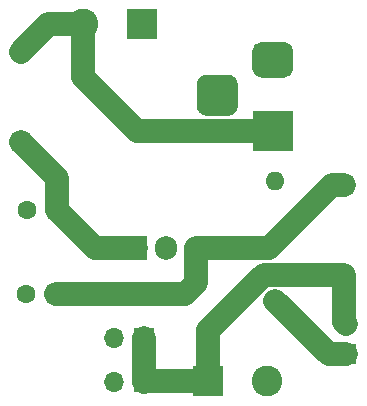
<source format=gbr>
%TF.GenerationSoftware,KiCad,Pcbnew,(5.1.9-0-10_14)*%
%TF.CreationDate,2021-05-04T15:01:54-04:00*%
%TF.ProjectId,POWER,504f5745-522e-46b6-9963-61645f706362,rev?*%
%TF.SameCoordinates,Original*%
%TF.FileFunction,Copper,L1,Top*%
%TF.FilePolarity,Positive*%
%FSLAX46Y46*%
G04 Gerber Fmt 4.6, Leading zero omitted, Abs format (unit mm)*
G04 Created by KiCad (PCBNEW (5.1.9-0-10_14)) date 2021-05-04 15:01:54*
%MOMM*%
%LPD*%
G01*
G04 APERTURE LIST*
%TA.AperFunction,ComponentPad*%
%ADD10R,3.500000X3.500000*%
%TD*%
%TA.AperFunction,ComponentPad*%
%ADD11C,2.600000*%
%TD*%
%TA.AperFunction,ComponentPad*%
%ADD12R,2.600000X2.600000*%
%TD*%
%TA.AperFunction,ComponentPad*%
%ADD13O,1.700000X1.700000*%
%TD*%
%TA.AperFunction,ComponentPad*%
%ADD14R,1.700000X1.700000*%
%TD*%
%TA.AperFunction,ComponentPad*%
%ADD15O,1.600000X1.600000*%
%TD*%
%TA.AperFunction,ComponentPad*%
%ADD16R,1.600000X1.600000*%
%TD*%
%TA.AperFunction,ComponentPad*%
%ADD17C,1.600000*%
%TD*%
%TA.AperFunction,ComponentPad*%
%ADD18C,1.800000*%
%TD*%
%TA.AperFunction,ComponentPad*%
%ADD19R,1.800000X1.800000*%
%TD*%
%TA.AperFunction,ComponentPad*%
%ADD20O,1.500000X1.500000*%
%TD*%
%TA.AperFunction,ComponentPad*%
%ADD21R,1.500000X1.500000*%
%TD*%
%TA.AperFunction,ComponentPad*%
%ADD22O,1.905000X2.000000*%
%TD*%
%TA.AperFunction,ComponentPad*%
%ADD23R,1.905000X2.000000*%
%TD*%
%TA.AperFunction,Conductor*%
%ADD24C,2.000000*%
%TD*%
G04 APERTURE END LIST*
%TO.P,J5,3*%
%TO.N,N/C*%
%TA.AperFunction,ComponentPad*%
G36*
G01*
X128989120Y-68188640D02*
X130739120Y-68188640D01*
G75*
G02*
X131614120Y-69063640I0J-875000D01*
G01*
X131614120Y-70813640D01*
G75*
G02*
X130739120Y-71688640I-875000J0D01*
G01*
X128989120Y-71688640D01*
G75*
G02*
X128114120Y-70813640I0J875000D01*
G01*
X128114120Y-69063640D01*
G75*
G02*
X128989120Y-68188640I875000J0D01*
G01*
G37*
%TD.AperFunction*%
%TO.P,J5,2*%
%TO.N,GND*%
%TA.AperFunction,ComponentPad*%
G36*
G01*
X133564120Y-65438640D02*
X135564120Y-65438640D01*
G75*
G02*
X136314120Y-66188640I0J-750000D01*
G01*
X136314120Y-67688640D01*
G75*
G02*
X135564120Y-68438640I-750000J0D01*
G01*
X133564120Y-68438640D01*
G75*
G02*
X132814120Y-67688640I0J750000D01*
G01*
X132814120Y-66188640D01*
G75*
G02*
X133564120Y-65438640I750000J0D01*
G01*
G37*
%TD.AperFunction*%
D10*
%TO.P,J5,1*%
%TO.N,Net-(D1-Pad2)*%
X134564120Y-72938640D03*
%TD*%
D11*
%TO.P,J4,2*%
%TO.N,GND*%
X134108200Y-94127320D03*
D12*
%TO.P,J4,1*%
%TO.N,VCC*%
X129108200Y-94127320D03*
%TD*%
D13*
%TO.P,J3,2*%
%TO.N,GND*%
X121119900Y-90502740D03*
D14*
%TO.P,J3,1*%
%TO.N,VCC*%
X123659900Y-90502740D03*
%TD*%
D13*
%TO.P,J2,2*%
%TO.N,GND*%
X121119900Y-94211140D03*
D14*
%TO.P,J2,1*%
%TO.N,VCC*%
X123659900Y-94211140D03*
%TD*%
D15*
%TO.P,SW1,2*%
%TO.N,VCC*%
X140550900Y-85140800D03*
D16*
%TO.P,SW1,1*%
%TO.N,Net-(C2-Pad1)*%
X140550900Y-77520800D03*
%TD*%
D15*
%TO.P,R1,2*%
%TO.N,GND*%
X134747000Y-77165200D03*
D17*
%TO.P,R1,1*%
%TO.N,Net-(D2-Pad1)*%
X134747000Y-87325200D03*
%TD*%
D18*
%TO.P,D2,2*%
%TO.N,VCC*%
X140779500Y-89331800D03*
D19*
%TO.P,D2,1*%
%TO.N,Net-(D2-Pad1)*%
X140779500Y-91871800D03*
%TD*%
D20*
%TO.P,D1,2*%
%TO.N,Net-(D1-Pad2)*%
X113205260Y-66296540D03*
D21*
%TO.P,D1,1*%
%TO.N,Net-(C1-Pad1)*%
X113205260Y-73916540D03*
%TD*%
D11*
%TO.P,J1,2*%
%TO.N,Net-(D1-Pad2)*%
X118497340Y-63941960D03*
D12*
%TO.P,J1,1*%
%TO.N,GND*%
X123497340Y-63941960D03*
%TD*%
D22*
%TO.P,U1,3*%
%TO.N,Net-(C2-Pad1)*%
X128071880Y-82859880D03*
%TO.P,U1,2*%
%TO.N,GND*%
X125531880Y-82859880D03*
D23*
%TO.P,U1,1*%
%TO.N,Net-(C1-Pad1)*%
X122991880Y-82859880D03*
%TD*%
D17*
%TO.P,C2,2*%
%TO.N,GND*%
X113674520Y-86771480D03*
D16*
%TO.P,C2,1*%
%TO.N,Net-(C2-Pad1)*%
X116174520Y-86771480D03*
%TD*%
D17*
%TO.P,C1,2*%
%TO.N,GND*%
X113771040Y-79623920D03*
D16*
%TO.P,C1,1*%
%TO.N,Net-(C1-Pad1)*%
X116271040Y-79623920D03*
%TD*%
D24*
%TO.N,Net-(C1-Pad1)*%
X116271040Y-76982320D02*
X116271040Y-79623920D01*
X113205260Y-73916540D02*
X116271040Y-76982320D01*
X119507000Y-82859880D02*
X116271040Y-79623920D01*
X122991880Y-82859880D02*
X119507000Y-82859880D01*
%TO.N,VCC*%
X140550900Y-89103200D02*
X140779500Y-89331800D01*
X140550900Y-85140800D02*
X140550900Y-89103200D01*
X123743720Y-94127320D02*
X123659900Y-94211140D01*
X129108200Y-94127320D02*
X123743720Y-94127320D01*
X123659900Y-90502740D02*
X123659900Y-94211140D01*
X140550900Y-85140800D02*
X140535290Y-85125190D01*
X129108200Y-89852716D02*
X129108200Y-94127320D01*
X133835726Y-85125190D02*
X129108200Y-89852716D01*
X140535290Y-85125190D02*
X133835726Y-85125190D01*
%TO.N,Net-(D1-Pad2)*%
X115559840Y-63941960D02*
X113205260Y-66296540D01*
X118497340Y-63941960D02*
X115559840Y-63941960D01*
X118497340Y-63941960D02*
X118497340Y-68352660D01*
X123083320Y-72938640D02*
X134564120Y-72938640D01*
X118497340Y-68352660D02*
X123083320Y-72938640D01*
%TO.N,Net-(D2-Pad1)*%
X140779500Y-91871800D02*
X139293600Y-91871800D01*
X139293600Y-91871800D02*
X134747000Y-87325200D01*
%TO.N,Net-(C2-Pad1)*%
X128071880Y-85859880D02*
X128071880Y-82859880D01*
X127160280Y-86771480D02*
X128071880Y-85859880D01*
X116174520Y-86771480D02*
X127160280Y-86771480D01*
X140550900Y-77520800D02*
X139593320Y-77520800D01*
X134254240Y-82859880D02*
X128071880Y-82859880D01*
X139593320Y-77520800D02*
X134254240Y-82859880D01*
%TD*%
M02*

</source>
